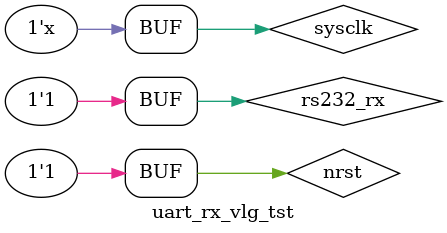
<source format=v>
`timescale 1 ns/ 1 ps
module uart_rx_vlg_tst();
// constants                                           
// general purpose registers
//reg eachvec;
// test vector input registers
reg nrst;
reg rs232_rx;
reg sysclk;
// wires                                               
wire rx_done;
wire [7:0] rx_data;

// assign statements (if any)                          
uart_rx i1 (
// port map - connection between master ports and signals/registers   
	.nrst(nrst),
	.rs232_rx(rs232_rx),
	.sysclk(sysclk),
	.rx_done(rx_done),
	.rx_data(rx_data)
);
initial                                                
begin                                                  
   sysclk=0;
	nrst=0;
	rs232_rx=1;
	#23 nrst=1;
end 
                                                   
always #10 sysclk=~sysclk;

initial
begin
	repeat(1)
begin
	#208000 rs232_rx=0;// start bit
	#104000 rs232_rx=1;
	#104000 rs232_rx=0;
	#104000 rs232_rx=1;
	#104000 rs232_rx=0;
	#104000 rs232_rx=0;
	#104000 rs232_rx=1;
	#104000 rs232_rx=0;
	#104000 rs232_rx=1;
	#104000 rs232_rx=1;// stop bit
	#208000 rs232_rx=0;// start bit
	#104000 rs232_rx=1;
	#104000 rs232_rx=0;
	#104000 rs232_rx=1;
	#104000 rs232_rx=0;
	#104000 rs232_rx=1;
	#104000 rs232_rx=0;
	#104000 rs232_rx=1;
	#104000 rs232_rx=0;
	#104000 rs232_rx=1;// stop bit
	#208000 rs232_rx=0;// start bit
	#104000 rs232_rx=1;
	#104000 rs232_rx=0;
	#104000 rs232_rx=1;
	#104000 rs232_rx=0;
	#104000 rs232_rx=0;
	#104000 rs232_rx=1;
	#104000 rs232_rx=0;
	#104000 rs232_rx=1;
	#104000 rs232_rx=1;// stop bit
	#208000 rs232_rx=0;// start bit
	#104000 rs232_rx=1;
	#104000 rs232_rx=0;
	#104000 rs232_rx=1;
	#104000 rs232_rx=0;
	#104000 rs232_rx=1;
	#104000 rs232_rx=0;
	#104000 rs232_rx=1;
	#104000 rs232_rx=0;
	#104000 rs232_rx=1;// stop bit
	#208000 rs232_rx=0;// start bit
	#104000 rs232_rx=1;
	#104000 rs232_rx=0;
	#104000 rs232_rx=1;
	#104000 rs232_rx=0;
	#104000 rs232_rx=0;
	#104000 rs232_rx=1;
	#104000 rs232_rx=0;
	#104000 rs232_rx=1;
	#104000 rs232_rx=1;// stop bit
	#208000 rs232_rx=0;// start bit
	#104000 rs232_rx=1;
	#104000 rs232_rx=0;
	#104000 rs232_rx=1;
	#104000 rs232_rx=0;
	#104000 rs232_rx=1;
	#104000 rs232_rx=0;
	#104000 rs232_rx=1;
	#104000 rs232_rx=0;
	#104000 rs232_rx=1;// stop bit
	#208000 rs232_rx=0;// start bit
	#104000 rs232_rx=1;
	#104000 rs232_rx=0;
	#104000 rs232_rx=1;
	#104000 rs232_rx=0;
	#104000 rs232_rx=0;
	#104000 rs232_rx=1;
	#104000 rs232_rx=0;
	#104000 rs232_rx=1;
	#104000 rs232_rx=1;// stop bit
	#208000 rs232_rx=0;// start bit
	#104000 rs232_rx=1;
	#104000 rs232_rx=0;
	#104000 rs232_rx=1;
	#104000 rs232_rx=0;
	#104000 rs232_rx=1;
	#104000 rs232_rx=0;
	#104000 rs232_rx=1;
	#104000 rs232_rx=0;
	#104000 rs232_rx=1;// stop bit
	#208000 rs232_rx=0;// start bit
	#104000 rs232_rx=1;
	#104000 rs232_rx=0;
	#104000 rs232_rx=1;
	#104000 rs232_rx=0;
	#104000 rs232_rx=0;
	#104000 rs232_rx=1;
	#104000 rs232_rx=0;
	#104000 rs232_rx=1;
	#104000 rs232_rx=1;// stop bit
	#208000 rs232_rx=0;// start bit
	#104000 rs232_rx=1;
	#104000 rs232_rx=0;
	#104000 rs232_rx=1;
	#104000 rs232_rx=0;
	#104000 rs232_rx=1;
	#104000 rs232_rx=0;
	#104000 rs232_rx=1;
	#104000 rs232_rx=0;
	#104000 rs232_rx=1;// stop bit
	#208000 rs232_rx=0;// start bit
	#104000 rs232_rx=1;
	#104000 rs232_rx=0;
	#104000 rs232_rx=1;
	#104000 rs232_rx=0;
	#104000 rs232_rx=0;
	#104000 rs232_rx=1;
	#104000 rs232_rx=0;
	#104000 rs232_rx=1;
	#104000 rs232_rx=1;// stop bit
	#208000 rs232_rx=0;// start bit
	#104000 rs232_rx=1;
	#104000 rs232_rx=0;
	#104000 rs232_rx=1;
	#104000 rs232_rx=0;
	#104000 rs232_rx=1;
	#104000 rs232_rx=0;
	#104000 rs232_rx=1;
	#104000 rs232_rx=0;
	#104000 rs232_rx=1;// stop bit
	#208000 rs232_rx=0;// start bit
	#104000 rs232_rx=1;
	#104000 rs232_rx=0;
	#104000 rs232_rx=1;
	#104000 rs232_rx=0;
	#104000 rs232_rx=0;
	#104000 rs232_rx=1;
	#104000 rs232_rx=0;
	#104000 rs232_rx=1;
	#104000 rs232_rx=1;// stop bit
	#208000 rs232_rx=0;// start bit
	#104000 rs232_rx=1;
	#104000 rs232_rx=0;
	#104000 rs232_rx=1;
	#104000 rs232_rx=0;
	#104000 rs232_rx=1;
	#104000 rs232_rx=0;
	#104000 rs232_rx=1;
	#104000 rs232_rx=0;
	#104000 rs232_rx=1;// stop bit
	#208000 rs232_rx=0;// start bit
	#104000 rs232_rx=1;
	#104000 rs232_rx=0;
	#104000 rs232_rx=1;
	#104000 rs232_rx=0;
	#104000 rs232_rx=0;
	#104000 rs232_rx=1;
	#104000 rs232_rx=0;
	#104000 rs232_rx=1;
	#104000 rs232_rx=1;// stop bit
	#208000 rs232_rx=0;// start bit
	#104000 rs232_rx=1;
	#104000 rs232_rx=0;
	#104000 rs232_rx=1;
	#104000 rs232_rx=0;
	#104000 rs232_rx=1;
	#104000 rs232_rx=0;
	#104000 rs232_rx=1;
	#104000 rs232_rx=0;
	#104000 rs232_rx=1;// stop bit
	end
end                                                   
endmodule
</source>
